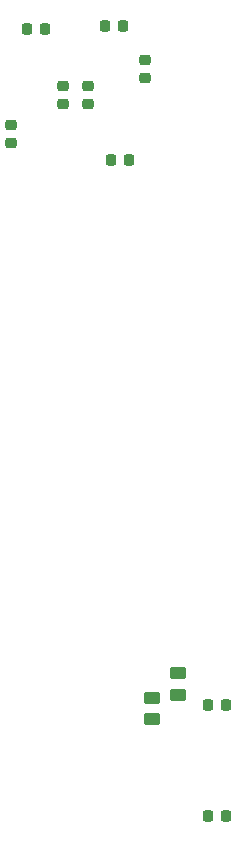
<source format=gbp>
G04 #@! TF.GenerationSoftware,KiCad,Pcbnew,7.0.8-7.0.8~ubuntu22.04.1*
G04 #@! TF.CreationDate,2023-11-03T15:42:22+01:00*
G04 #@! TF.ProjectId,hand,68616e64-2e6b-4696-9361-645f70636258,rev?*
G04 #@! TF.SameCoordinates,Original*
G04 #@! TF.FileFunction,Paste,Bot*
G04 #@! TF.FilePolarity,Positive*
%FSLAX46Y46*%
G04 Gerber Fmt 4.6, Leading zero omitted, Abs format (unit mm)*
G04 Created by KiCad (PCBNEW 7.0.8-7.0.8~ubuntu22.04.1) date 2023-11-03 15:42:22*
%MOMM*%
%LPD*%
G01*
G04 APERTURE LIST*
G04 Aperture macros list*
%AMRoundRect*
0 Rectangle with rounded corners*
0 $1 Rounding radius*
0 $2 $3 $4 $5 $6 $7 $8 $9 X,Y pos of 4 corners*
0 Add a 4 corners polygon primitive as box body*
4,1,4,$2,$3,$4,$5,$6,$7,$8,$9,$2,$3,0*
0 Add four circle primitives for the rounded corners*
1,1,$1+$1,$2,$3*
1,1,$1+$1,$4,$5*
1,1,$1+$1,$6,$7*
1,1,$1+$1,$8,$9*
0 Add four rect primitives between the rounded corners*
20,1,$1+$1,$2,$3,$4,$5,0*
20,1,$1+$1,$4,$5,$6,$7,0*
20,1,$1+$1,$6,$7,$8,$9,0*
20,1,$1+$1,$8,$9,$2,$3,0*%
G04 Aperture macros list end*
%ADD10RoundRect,0.225000X-0.250000X0.225000X-0.250000X-0.225000X0.250000X-0.225000X0.250000X0.225000X0*%
%ADD11RoundRect,0.225000X-0.225000X-0.250000X0.225000X-0.250000X0.225000X0.250000X-0.225000X0.250000X0*%
%ADD12RoundRect,0.225000X0.225000X0.250000X-0.225000X0.250000X-0.225000X-0.250000X0.225000X-0.250000X0*%
%ADD13RoundRect,0.250000X0.450000X-0.262500X0.450000X0.262500X-0.450000X0.262500X-0.450000X-0.262500X0*%
%ADD14RoundRect,0.225000X0.250000X-0.225000X0.250000X0.225000X-0.250000X0.225000X-0.250000X-0.225000X0*%
G04 APERTURE END LIST*
D10*
X163000000Y-32350000D03*
X163000000Y-33900000D03*
D11*
X164925000Y-38650000D03*
X166475000Y-38650000D03*
D12*
X174700000Y-94200000D03*
X173150000Y-94200000D03*
D10*
X160900000Y-32350000D03*
X160900000Y-33900000D03*
D12*
X174700000Y-84800000D03*
X173150000Y-84800000D03*
X165975000Y-27250000D03*
X164425000Y-27250000D03*
D13*
X170600000Y-83925000D03*
X170600000Y-82100000D03*
D14*
X167800000Y-31725000D03*
X167800000Y-30175000D03*
D13*
X168400000Y-86000000D03*
X168400000Y-84175000D03*
D10*
X156500000Y-35675000D03*
X156500000Y-37225000D03*
D12*
X159375000Y-27550000D03*
X157825000Y-27550000D03*
M02*

</source>
